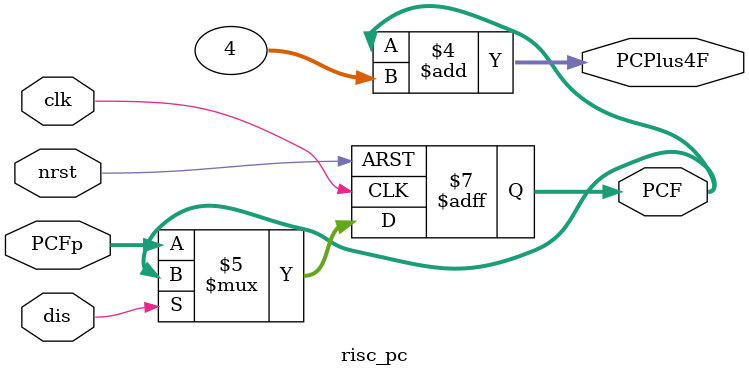
<source format=sv>
`timescale 1ns / 1ps

module risc_pc(
    input                   clk,
    input                   nrst,
    input                   dis,
    input           [31:0]  PCFp,
    output logic    [31:0]  PCF,
    output logic    [31:0]  PCPlus4F 
    );

    always_ff@(posedge clk or negedge nrst) begin
        if(!nrst) begin
            PCF <= 32'b0;        
        end
        else begin
            if(!dis) begin //normal
                PCF <= PCFp;
            end
        end
    end
    
    assign PCPlus4F = PCF + 32'd4;       
    
endmodule

</source>
